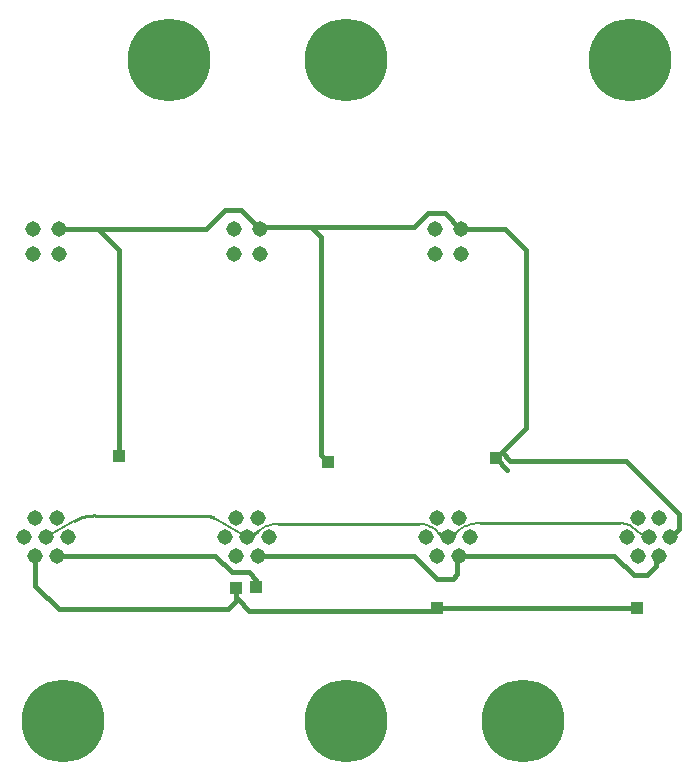
<source format=gbl>
G75*
%MOIN*%
%OFA0B0*%
%FSLAX24Y24*%
%IPPOS*%
%LPD*%
%AMOC8*
5,1,8,0,0,1.08239X$1,22.5*
%
%ADD10C,0.0515*%
%ADD11C,0.2756*%
%ADD12R,0.0396X0.0396*%
%ADD13C,0.0160*%
%ADD14C,0.0100*%
%ADD15C,0.0070*%
%ADD16C,0.0060*%
D10*
X003851Y007700D03*
X003487Y008331D03*
X003851Y008962D03*
X004215Y008331D03*
X004580Y007700D03*
X004944Y008331D03*
X004580Y008962D03*
X010180Y008331D03*
X010544Y007700D03*
X011272Y007700D03*
X010908Y008331D03*
X010544Y008962D03*
X011272Y008962D03*
X011637Y008331D03*
X016873Y008331D03*
X017601Y008331D03*
X017237Y007700D03*
X017965Y007700D03*
X018330Y008331D03*
X017965Y008962D03*
X017237Y008962D03*
X023566Y008331D03*
X023930Y007700D03*
X024658Y007700D03*
X024294Y008331D03*
X023930Y008962D03*
X024658Y008962D03*
X025022Y008331D03*
X018033Y017742D03*
X018033Y018605D03*
X017170Y018605D03*
X017170Y017742D03*
X011340Y017742D03*
X011340Y018605D03*
X010477Y018605D03*
X010477Y017742D03*
X004647Y017742D03*
X004647Y018605D03*
X003784Y018605D03*
X003784Y017742D03*
D11*
X004767Y002189D03*
X014215Y002189D03*
X020121Y002189D03*
X023664Y024237D03*
X014215Y024237D03*
X008310Y024237D03*
D12*
X006656Y011028D03*
X010554Y006618D03*
X011223Y006658D03*
X013605Y010811D03*
X017247Y005949D03*
X019196Y010949D03*
X023920Y005949D03*
D13*
X017247Y005949D01*
X017168Y005870D01*
X010967Y005870D01*
X010593Y006244D01*
X010259Y005910D01*
X004629Y005910D01*
X003851Y006687D01*
X003851Y007700D01*
X004580Y007700D02*
X009492Y007700D01*
X009493Y007701D01*
X009845Y007701D01*
X010397Y007150D01*
X010967Y007150D01*
X011223Y006894D01*
X011223Y006658D01*
X010554Y006618D02*
X010554Y006284D01*
X010593Y006244D01*
X011272Y007700D02*
X016460Y007700D01*
X017227Y006933D01*
X017759Y006933D01*
X017916Y007091D01*
X017916Y007651D01*
X017965Y007700D01*
X023153Y007700D01*
X023802Y007052D01*
X024255Y007052D01*
X024550Y007347D01*
X024550Y007592D01*
X024658Y007700D01*
X025022Y008331D02*
X025042Y008331D01*
X025298Y008587D01*
X025298Y009099D01*
X023526Y010870D01*
X019668Y010870D01*
X019393Y011146D01*
X019196Y010949D01*
X019589Y010555D01*
X019393Y011146D02*
X020219Y011973D01*
X020219Y017878D01*
X019493Y018605D01*
X018033Y018605D01*
X018016Y018605D01*
X017503Y019118D01*
X016932Y019118D01*
X016460Y018646D01*
X013034Y018646D01*
X013369Y018311D01*
X013369Y011048D01*
X013605Y010811D01*
X006656Y011028D02*
X006656Y017896D01*
X005948Y018605D01*
X009549Y018605D01*
X010180Y019237D01*
X010708Y019237D01*
X011340Y018605D01*
X011381Y018646D01*
X013034Y018646D01*
X005948Y018605D02*
X004647Y018605D01*
D14*
X011340Y018605D02*
X011340Y018608D01*
X018033Y018605D02*
X018033Y018608D01*
X011283Y008528D02*
X011235Y008491D01*
X011184Y008457D01*
X011132Y008426D01*
X011078Y008397D01*
X011023Y008372D01*
X010967Y008350D01*
X010909Y008331D01*
X011952Y008764D02*
X016637Y008764D01*
X017286Y008469D02*
X017314Y008441D01*
X017344Y008416D01*
X017377Y008394D01*
X017411Y008375D01*
X017447Y008360D01*
X017485Y008347D01*
X017523Y008338D01*
X017562Y008333D01*
X017601Y008331D01*
X017739Y008331D01*
X017857Y008449D01*
X018684Y008784D02*
X023349Y008784D01*
X024117Y008410D02*
X024294Y008331D01*
X009807Y008961D02*
X009765Y008983D01*
X009722Y009001D01*
X009677Y009016D01*
X009632Y009027D01*
X009585Y009035D01*
X009538Y009039D01*
X009491Y009040D01*
X005869Y009040D01*
X005800Y009041D01*
X005731Y009039D01*
X005662Y009033D01*
X005594Y009024D01*
X005526Y009011D01*
X005459Y008994D01*
X005393Y008975D01*
X005328Y008951D01*
X005264Y008925D01*
X005202Y008895D01*
X005141Y008863D01*
D15*
X009806Y008961D02*
X010908Y008331D01*
X011283Y008528D02*
X011331Y008564D01*
X011381Y008598D01*
X011433Y008629D01*
X011486Y008657D01*
X011541Y008682D01*
X011597Y008703D01*
X011655Y008722D01*
X011713Y008737D01*
X011772Y008749D01*
X011832Y008757D01*
X011892Y008762D01*
X011952Y008764D01*
X016637Y008764D02*
X016693Y008760D01*
X016749Y008754D01*
X016805Y008743D01*
X016859Y008730D01*
X016913Y008713D01*
X016966Y008693D01*
X017017Y008669D01*
X017067Y008643D01*
X017115Y008614D01*
X017161Y008581D01*
X017205Y008546D01*
X017247Y008509D01*
X017287Y008468D01*
X023350Y008784D02*
X023397Y008783D01*
X023444Y008780D01*
X023491Y008772D01*
X023537Y008761D01*
X023582Y008747D01*
X023625Y008729D01*
X023668Y008708D01*
X023708Y008684D01*
X023747Y008656D01*
X023783Y008626D01*
X023834Y008583D01*
X023887Y008542D01*
X023942Y008505D01*
X023998Y008470D01*
X024057Y008438D01*
X024117Y008409D01*
D16*
X018684Y008784D02*
X018618Y008783D01*
X018553Y008778D01*
X018488Y008770D01*
X018424Y008758D01*
X018360Y008743D01*
X018297Y008723D01*
X018236Y008701D01*
X018176Y008674D01*
X018118Y008645D01*
X018061Y008612D01*
X018007Y008575D01*
X017954Y008536D01*
X017904Y008494D01*
X017857Y008449D01*
X005141Y008863D02*
X004215Y008331D01*
M02*

</source>
